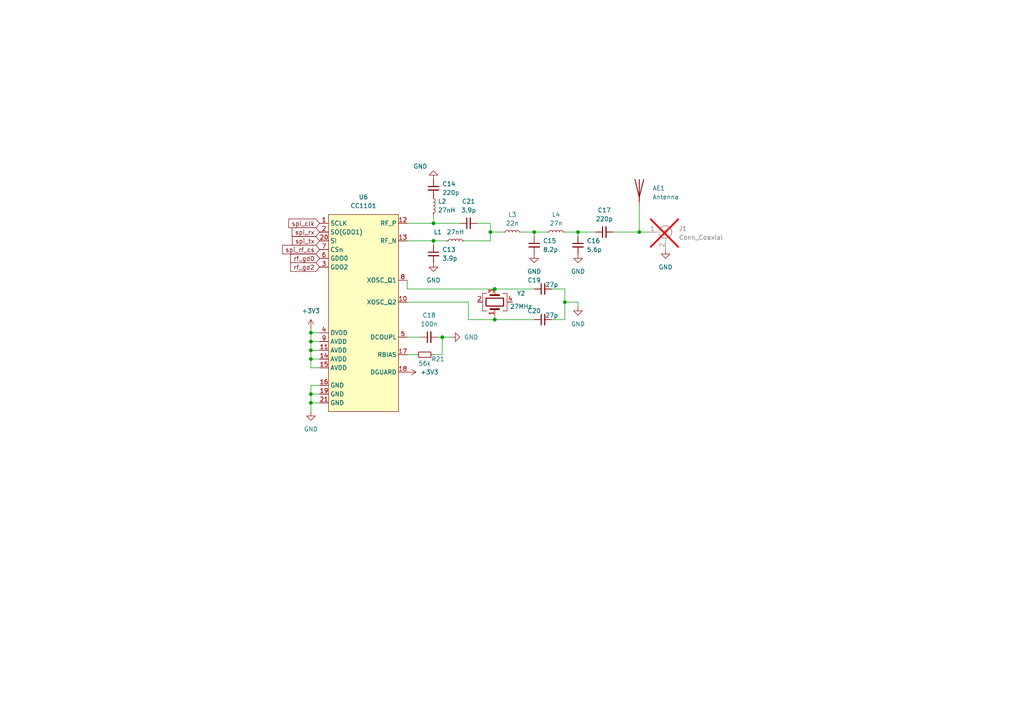
<source format=kicad_sch>
(kicad_sch (version 20230121) (generator eeschema)
  (paper "A4")
  (lib_symbols
    (symbol "Connector:Conn_Coaxial" (pin_names (offset 1.016) hide)
      (property "Reference" "J" (at 0.254 3.048 0))
      (property "Value" "Conn_Coaxial" (at 2.921 0 90))
      (symbol "Conn_Coaxial_0_1"
        (arc (start -1.778 -0.508) (mid 0.2311 -1.8066) (end 1.778 0) (stroke (width 0.254)))
        (polyline (pts (xy -2.54 0) (xy -0.508 0)))
        (polyline (pts (xy 0 -2.54) (xy 0 -1.778)))
        (circle (center 0 0) (radius 0.508) (stroke (width 0.2032)))
        (arc (start 1.778 0) (mid 0.2099 1.8101) (end -1.778 0.508) (stroke (width 0.254)))
      )
      (symbol "Conn_Coaxial_1_1"
        (pin passive line (at -5.08 0 0) (length 2.54) (name "In") (number "1"))
        (pin passive line (at 0 -5.08 90) (length 2.54) (name "Ext") (number "2"))
      )
    )
    (symbol "Device:Antenna" (pin_numbers hide) (pin_names (offset 1.016) hide)
      (property "Reference" "AE" (at -1.905 1.905 0))
      (property "Value" "Antenna" (at -1.905 0 0))
      (symbol "Antenna_0_1"
        (polyline (pts (xy 0 2.54) (xy 0 -3.81)) (stroke (width 0.254)))
        (polyline (pts (xy 1.27 2.54) (xy 0 -2.54) (xy -1.27 2.54)) (stroke (width 0.254)))
      )
      (symbol "Antenna_1_1"
        (pin input line (at 0 -5.08 90) (length 2.54) (name "A") (number "1"))
      )
    )
    (symbol "Device:C_Small" (pin_numbers hide) (pin_names (offset 0.254) hide)
      (property "Reference" "C" (at 0.254 1.778 0))
      (property "Value" "C_Small" (at 0.254 -2.032 0))
      (symbol "C_Small_0_1"
        (polyline (pts (xy -1.524 -0.508) (xy 1.524 -0.508)) (stroke (width 0.3302)))
        (polyline (pts (xy -1.524 0.508) (xy 1.524 0.508)) (stroke (width 0.3048)))
      )
      (symbol "C_Small_1_1"
        (pin passive line (at 0 2.54 270) (length 2.032) (name "~") (number "1"))
        (pin passive line (at 0 -2.54 90) (length 2.032) (name "~") (number "2"))
      )
    )
    (symbol "Device:Crystal_GND24" (pin_names (offset 1.016) hide)
      (property "Reference" "Y" (at 3.175 5.08 0))
      (property "Value" "Crystal_GND24" (at 3.175 3.175 0))
      (symbol "Crystal_GND24_0_1"
        (rectangle (start -1.143 2.54) (end 1.143 -2.54) (stroke (width 0.3048)))
        (polyline (pts (xy -2.54 0) (xy -2.032 0)))
        (polyline (pts (xy -2.032 -1.27) (xy -2.032 1.27)) (stroke (width 0.508)))
        (polyline (pts (xy 0 -3.81) (xy 0 -3.556)))
        (polyline (pts (xy 0 3.556) (xy 0 3.81)))
        (polyline (pts (xy 2.032 -1.27) (xy 2.032 1.27)) (stroke (width 0.508)))
        (polyline (pts (xy 2.032 0) (xy 2.54 0)))
        (polyline (pts (xy -2.54 -2.286) (xy -2.54 -3.556) (xy 2.54 -3.556) (xy 2.54 -2.286)))
        (polyline (pts (xy -2.54 2.286) (xy -2.54 3.556) (xy 2.54 3.556) (xy 2.54 2.286)))
      )
      (symbol "Crystal_GND24_1_1"
        (pin passive line (at -3.81 0 0) (length 1.27) (name "1") (number "1"))
        (pin passive line (at 0 5.08 270) (length 1.27) (name "2") (number "2"))
        (pin passive line (at 3.81 0 180) (length 1.27) (name "3") (number "3"))
        (pin passive line (at 0 -5.08 90) (length 1.27) (name "4") (number "4"))
      )
    )
    (symbol "Device:L_Small" (pin_numbers hide) (pin_names (offset 0.254) hide)
      (property "Reference" "L" (at 0.762 1.016 0))
      (property "Value" "L_Small" (at 0.762 -1.016 0))
      (symbol "L_Small_0_1"
        (arc (start 0 -2.032) (mid 0.5058 -1.524) (end 0 -1.016))
        (arc (start 0 -1.016) (mid 0.5058 -0.508) (end 0 0))
        (arc (start 0 0) (mid 0.5058 0.508) (end 0 1.016))
        (arc (start 0 1.016) (mid 0.5058 1.524) (end 0 2.032))
      )
      (symbol "L_Small_1_1"
        (pin passive line (at 0 2.54 270) (length 0.508) (name "~") (number "1"))
        (pin passive line (at 0 -2.54 90) (length 0.508) (name "~") (number "2"))
      )
    )
    (symbol "Device:R_Small" (pin_numbers hide) (pin_names (offset 0.254) hide)
      (property "Reference" "R" (at 0.762 0.508 0))
      (property "Value" "R_Small" (at 0.762 -1.016 0))
      (symbol "R_Small_0_1"
        (rectangle (start -0.762 1.778) (end 0.762 -1.778) (stroke (width 0.2032)))
      )
      (symbol "R_Small_1_1"
        (pin passive line (at 0 2.54 270) (length 0.762) (name "~") (number "1"))
        (pin passive line (at 0 -2.54 90) (length 0.762) (name "~") (number "2"))
      )
    )
    (symbol "power:+3V3" (power) (pin_names (offset 0))
      (property "Value" "+3V3" (at 0 3.556 0))
      (symbol "+3V3_0_1"
        (polyline (pts (xy -0.762 1.27) (xy 0 2.54)))
        (polyline (pts (xy 0 0) (xy 0 2.54)))
        (polyline (pts (xy 0 2.54) (xy 0.762 1.27)))
      )
      (symbol "+3V3_1_1"
        (pin power_in line (at 0 0 90) (length 0) hide (name "+3V3") (number "1"))
      )
    )
    (symbol "power:GND" (power) (pin_names (offset 0))
      (property "Value" "GND" (at 0 -3.81 0))
      (symbol "GND_0_1"
        (polyline (pts (xy 0 0) (xy 0 -1.27) (xy 1.27 -1.27) (xy 0 -2.54) (xy -1.27 -1.27) (xy 0 -1.27)))
      )
      (symbol "GND_1_1"
        (pin power_in line (at 0 0 270) (length 0) hide (name "GND") (number "1"))
      )
    )
    (symbol "user_interface:CC1101"
      (property "Reference" "U" (at 0 34.29 0))
      (property "Value" "CC1101" (at 7.62 2.54 0))
      (symbol "CC1101_0_0"
        (pin unspecified line (at -3.81 30.48 0) (length 2.54) (name "SCLK") (number "1"))
        (pin unspecified line (at 21.59 7.62 180) (length 2.54) (name "XOSC_Q2") (number "10"))
        (pin unspecified line (at -3.81 -6.35 0) (length 2.54) (name "AVDD") (number "11"))
        (pin unspecified line (at 21.59 30.48 180) (length 2.54) (name "RF_P") (number "12"))
        (pin unspecified line (at 21.59 25.4 180) (length 2.54) (name "RF_N") (number "13"))
        (pin unspecified line (at -3.81 -8.89 0) (length 2.54) (name "AVDD") (number "14"))
        (pin unspecified line (at -3.81 -11.43 0) (length 2.54) (name "AVDD") (number "15"))
        (pin unspecified line (at -3.81 -16.51 0) (length 2.54) (name "GND") (number "16"))
        (pin unspecified line (at 21.59 -7.62 180) (length 2.54) (name "RBIAS") (number "17"))
        (pin unspecified line (at 21.59 -12.7 180) (length 2.54) (name "DGUARD") (number "18"))
        (pin unspecified line (at -3.81 -19.05 0) (length 2.54) (name "GND") (number "19"))
        (pin unspecified line (at -3.81 27.94 0) (length 2.54) (name "SO(GDO1)") (number "2"))
        (pin unspecified line (at -3.81 25.4 0) (length 2.54) (name "SI") (number "20"))
        (pin unspecified line (at -3.81 -21.59 0) (length 2.54) (name "GND") (number "21"))
        (pin unspecified line (at -3.81 17.78 0) (length 2.54) (name "GDO2") (number "3"))
        (pin unspecified line (at -3.81 -1.27 0) (length 2.54) (name "DVDD") (number "4"))
        (pin unspecified line (at 21.59 -2.54 180) (length 2.54) (name "DCOUPL") (number "5"))
        (pin unspecified line (at -3.81 20.32 0) (length 2.54) (name "GDO0") (number "6"))
        (pin unspecified line (at -3.81 22.86 0) (length 2.54) (name "CSn") (number "7"))
        (pin unspecified line (at 21.59 13.97 180) (length 2.54) (name "XOSC_Q1") (number "8"))
        (pin unspecified line (at -3.81 -3.81 0) (length 2.54) (name "AVDD") (number "9"))
      )
      (symbol "CC1101_1_1"
        (rectangle (start -1.27 33.02) (end 19.05 -24.13) (fill (type background)))
      )
    )
  )
  (junction (at 142.24 67.31))
  (junction (at 128.27 97.79))
  (junction (at 90.17 101.6))
  (junction (at 90.17 99.06))
  (junction (at 167.64 67.31))
  (junction (at 90.17 116.84))
  (junction (at 125.73 69.85))
  (junction (at 185.42 67.31))
  (junction (at 143.51 83.82))
  (junction (at 90.17 114.3))
  (junction (at 90.17 96.52))
  (junction (at 154.94 67.31))
  (junction (at 125.73 64.77))
  (junction (at 163.83 87.63))
  (junction (at 90.17 104.14))
  (junction (at 143.51 92.71))
  (wire (pts (xy 167.64 88.9) (xy 167.64 87.63)))
  (wire (pts (xy 167.64 68.58) (xy 167.64 67.31)))
  (wire (pts (xy 90.17 96.52) (xy 90.17 95.25)))
  (wire (pts (xy 90.17 111.76) (xy 90.17 114.3)))
  (wire (pts (xy 90.17 114.3) (xy 92.71 114.3)))
  (wire (pts (xy 142.24 67.31) (xy 142.24 69.85)))
  (wire (pts (xy 167.64 67.31) (xy 163.83 67.31)))
  (wire (pts (xy 138.43 64.77) (xy 142.24 64.77)))
  (wire (pts (xy 118.11 69.85) (xy 125.73 69.85)))
  (wire (pts (xy 118.11 102.87) (xy 120.65 102.87)))
  (wire (pts (xy 163.83 92.71) (xy 160.02 92.71)))
  (wire (pts (xy 167.64 67.31) (xy 172.72 67.31)))
  (wire (pts (xy 167.64 87.63) (xy 163.83 87.63)))
  (wire (pts (xy 90.17 104.14) (xy 92.71 104.14)))
  (wire (pts (xy 90.17 99.06) (xy 92.71 99.06)))
  (wire (pts (xy 154.94 68.58) (xy 154.94 67.31)))
  (wire (pts (xy 154.94 67.31) (xy 158.75 67.31)))
  (wire (pts (xy 154.94 67.31) (xy 151.13 67.31)))
  (wire (pts (xy 90.17 106.68) (xy 90.17 104.14)))
  (wire (pts (xy 128.27 97.79) (xy 128.27 102.87)))
  (wire (pts (xy 118.11 87.63) (xy 135.89 87.63)))
  (wire (pts (xy 128.27 97.79) (xy 127 97.79)))
  (wire (pts (xy 90.17 101.6) (xy 92.71 101.6)))
  (wire (pts (xy 163.83 87.63) (xy 163.83 92.71)))
  (wire (pts (xy 90.17 114.3) (xy 90.17 116.84)))
  (wire (pts (xy 154.94 92.71) (xy 143.51 92.71)))
  (wire (pts (xy 118.11 97.79) (xy 121.92 97.79)))
  (wire (pts (xy 135.89 87.63) (xy 135.89 92.71)))
  (wire (pts (xy 125.73 102.87) (xy 128.27 102.87)))
  (wire (pts (xy 125.73 69.85) (xy 129.54 69.85)))
  (wire (pts (xy 187.96 67.31) (xy 185.42 67.31)))
  (wire (pts (xy 143.51 83.82) (xy 154.94 83.82)))
  (wire (pts (xy 125.73 64.77) (xy 133.35 64.77)))
  (wire (pts (xy 90.17 116.84) (xy 90.17 119.38)))
  (wire (pts (xy 90.17 116.84) (xy 92.71 116.84)))
  (wire (pts (xy 118.11 83.82) (xy 143.51 83.82)))
  (wire (pts (xy 142.24 64.77) (xy 142.24 67.31)))
  (wire (pts (xy 118.11 64.77) (xy 125.73 64.77)))
  (wire (pts (xy 135.89 92.71) (xy 143.51 92.71)))
  (wire (pts (xy 125.73 64.77) (xy 125.73 62.23)))
  (wire (pts (xy 163.83 83.82) (xy 163.83 87.63)))
  (wire (pts (xy 142.24 67.31) (xy 146.05 67.31)))
  (wire (pts (xy 125.73 69.85) (xy 125.73 71.12)))
  (wire (pts (xy 130.81 97.79) (xy 128.27 97.79)))
  (wire (pts (xy 185.42 67.31) (xy 185.42 59.69)))
  (wire (pts (xy 90.17 96.52) (xy 92.71 96.52)))
  (wire (pts (xy 118.11 81.28) (xy 118.11 83.82)))
  (wire (pts (xy 90.17 104.14) (xy 90.17 101.6)))
  (wire (pts (xy 143.51 92.71) (xy 143.51 91.44)))
  (wire (pts (xy 142.24 69.85) (xy 134.62 69.85)))
  (wire (pts (xy 90.17 101.6) (xy 90.17 99.06)))
  (wire (pts (xy 92.71 106.68) (xy 90.17 106.68)))
  (wire (pts (xy 160.02 83.82) (xy 163.83 83.82)))
  (wire (pts (xy 92.71 111.76) (xy 90.17 111.76)))
  (wire (pts (xy 90.17 99.06) (xy 90.17 96.52)))
  (wire (pts (xy 177.8 67.31) (xy 185.42 67.31)))
  (global_label "rf_gd2" (shape input) (at 92.71 77.47 180) (property "Intersheetrefs" "${INTERSHEET_REFS}" (effects hide)))
  (global_label "spi_tx" (shape input) (at 92.71 69.85 180) (property "Intersheetrefs" "${INTERSHEET_REFS}" (effects hide)))
  (global_label "spi_rf_cs" (shape input) (at 92.71 72.39 180) (property "Intersheetrefs" "${INTERSHEET_REFS}" (effects hide)))
  (global_label "spi_clk" (shape input) (at 92.71 64.77 180) (property "Intersheetrefs" "${INTERSHEET_REFS}" (effects hide)))
  (global_label "rf_gd0" (shape input) (at 92.71 74.93 180) (property "Intersheetrefs" "${INTERSHEET_REFS}" (effects hide)))
  (global_label "spi_rx" (shape input) (at 92.71 67.31 180) (property "Intersheetrefs" "${INTERSHEET_REFS}" (effects hide)))
  (symbol (lib_id "Device:Crystal_GND24") (at 143.51 87.63 90) (unit 1)
    (property "Reference" "Y2" (at 151.13 85.09 90))
    (property "Value" "27MHz" (at 151.13 88.9 90))
    (property "Footprint" "Crystal:Crystal_SMD_3225-4Pin_3.2x2.5mm" (effects hide))
    (property "JLCPCB Part #" "C254353" (effects hide))
  )
  (symbol (lib_id "Device:C_Small") (at 167.64 71.12 0) (unit 1)
    (property "Reference" "C16" (at 170.18 69.8563 0) (effects (justify left)))
    (property "Value" "5.6p" (at 170.18 72.3963 0) (effects (justify left)))
    (property "Footprint" "Capacitor_SMD:C_0402_1005Metric" (effects hide))
  )
  (symbol (lib_id "power:GND") (at 125.73 76.2 0) (unit 1)
    (property "Reference" "#PWR046" (effects hide))
    (property "Value" "GND" (at 125.73 81.28 0))
  )
  (symbol (lib_id "user_interface:CC1101") (at 96.52 95.25 0) (unit 1)
    (property "Reference" "U6" (at 105.41 57.15 0))
    (property "Value" "CC1101" (at 105.41 59.69 0))
    (property "Footprint" "Package_DFN_QFN:QFN-20-1EP_4x4mm_P0.5mm_EP2.6x2.6mm_ThermalVias" (effects hide))
    (property "JLCPCB Part #" "C29953" (effects hide))
  )
  (symbol (lib_id "Device:L_Small") (at 161.29 67.31 90) (unit 1)
    (property "Reference" "L4" (at 161.29 62.23 90))
    (property "Value" "27n" (at 161.29 64.77 90))
    (property "Footprint" "Inductor_SMD:L_0402_1005Metric" (effects hide))
  )
  (symbol (lib_id "Device:C_Small") (at 135.89 64.77 90) (unit 1)
    (property "Reference" "C21" (at 135.8963 58.42 90))
    (property "Value" "3.9p" (at 135.8963 60.96 90))
    (property "Footprint" "Capacitor_SMD:C_0402_1005Metric" (effects hide))
  )
  (symbol (lib_id "Device:C_Small") (at 154.94 71.12 0) (unit 1)
    (property "Reference" "C15" (at 157.48 69.8563 0) (effects (justify left)))
    (property "Value" "8.2p" (at 157.48 72.3963 0) (effects (justify left)))
    (property "Footprint" "Capacitor_SMD:C_0402_1005Metric" (effects hide))
  )
  (symbol (lib_id "power:GND") (at 130.81 97.79 90) (unit 1)
    (property "Reference" "#PWR050" (effects hide))
    (property "Value" "GND" (at 134.62 97.79 90) (effects (justify right)))
  )
  (symbol (lib_id "power:+3V3") (at 90.17 95.25 0) (unit 1)
    (property "Reference" "#PWR045" (effects hide))
    (property "Value" "+3V3" (at 90.17 90.17 0))
  )
  (symbol (lib_id "Device:C_Small") (at 125.73 73.66 0) (unit 1)
    (property "Reference" "C13" (at 128.27 72.3963 0) (effects (justify left)))
    (property "Value" "3.9p" (at 128.27 74.9363 0) (effects (justify left)))
    (property "Footprint" "Capacitor_SMD:C_0402_1005Metric" (effects hide))
  )
  (symbol (lib_id "power:GND") (at 167.64 88.9 0) (unit 1)
    (property "Reference" "#PWR052" (effects hide))
    (property "Value" "GND" (at 167.64 93.98 0))
  )
  (symbol (lib_id "Device:C_Small") (at 125.73 54.61 0) (unit 1)
    (property "Reference" "C14" (at 128.27 53.3463 0) (effects (justify left)))
    (property "Value" "220p" (at 128.27 55.8863 0) (effects (justify left)))
    (property "Footprint" "Capacitor_SMD:C_0402_1005Metric" (effects hide))
  )
  (symbol (lib_id "Device:C_Small") (at 157.48 83.82 90) (unit 1)
    (property "Reference" "C19" (at 154.94 81.28 90))
    (property "Value" "27p" (at 160.02 82.55 90))
    (property "Footprint" "Capacitor_SMD:C_0402_1005Metric" (effects hide))
  )
  (symbol (lib_id "power:+3V3") (at 118.11 107.95 270) (unit 1)
    (property "Reference" "#PWR051" (effects hide))
    (property "Value" "+3V3" (at 121.92 107.95 90) (effects (justify left)))
  )
  (symbol (lib_id "Device:L_Small") (at 132.08 69.85 90) (unit 1)
    (property "Reference" "L1" (at 127 67.31 90))
    (property "Value" "27nH" (at 132.08 67.31 90))
    (property "Footprint" "Inductor_SMD:L_0402_1005Metric" (effects hide))
  )
  (symbol (lib_id "Device:Antenna") (at 185.42 54.61 0) (unit 1)
    (property "Reference" "AE1" (at 189.23 54.61 0) (effects (justify left)))
    (property "Value" "Antenna" (at 189.23 57.15 0) (effects (justify left)))
    (property "Footprint" "TestPoint:TestPoint_THTPad_1.5x1.5mm_Drill0.7mm" (effects hide))
  )
  (symbol (lib_id "Device:C_Small") (at 175.26 67.31 90) (unit 1)
    (property "Reference" "C17" (at 175.2663 60.96 90))
    (property "Value" "220p" (at 175.2663 63.5 90))
    (property "Footprint" "Capacitor_SMD:C_0402_1005Metric" (effects hide))
  )
  (symbol (lib_id "Device:L_Small") (at 148.59 67.31 90) (unit 1)
    (property "Reference" "L3" (at 148.59 62.23 90))
    (property "Value" "22n" (at 148.59 64.77 90))
    (property "Footprint" "Inductor_SMD:L_0402_1005Metric" (effects hide))
  )
  (symbol (lib_id "power:GND") (at 90.17 119.38 0) (unit 1)
    (property "Reference" "#PWR044" (effects hide))
    (property "Value" "GND" (at 90.17 124.46 0))
  )
  (symbol (lib_id "power:GND") (at 154.94 73.66 0) (unit 1)
    (property "Reference" "#PWR048" (effects hide))
    (property "Value" "GND" (at 154.94 78.74 0))
  )
  (symbol (lib_id "Device:R_Small") (at 123.19 102.87 90) (unit 1)
    (property "Reference" "R21" (at 127 104.14 90))
    (property "Value" "56k" (at 123.19 105.41 90))
    (property "Footprint" "Resistor_SMD:R_0402_1005Metric" (effects hide))
  )
  (symbol (lib_id "Device:C_Small") (at 157.48 92.71 90) (unit 1)
    (property "Reference" "C20" (at 154.94 90.17 90))
    (property "Value" "27p" (at 160.02 91.44 90))
    (property "Footprint" "Capacitor_SMD:C_0402_1005Metric" (effects hide))
  )
  (symbol (lib_id "Device:C_Small") (at 124.46 97.79 90) (unit 1)
    (property "Reference" "C18" (at 124.4663 91.44 90))
    (property "Value" "100n" (at 124.4663 93.98 90))
    (property "Footprint" "Capacitor_SMD:C_0402_1005Metric" (effects hide))
  )
  (symbol (lib_id "power:GND") (at 193.04 72.39 0) (unit 1)
    (property "Reference" "#PWR032" (effects hide))
    (property "Value" "GND" (at 193.04 77.47 0))
  )
  (symbol (lib_id "power:GND") (at 167.64 73.66 0) (unit 1)
    (property "Reference" "#PWR049" (effects hide))
    (property "Value" "GND" (at 167.64 78.74 0))
  )
  (symbol (lib_id "power:GND") (at 125.73 52.07 180) (unit 1)
    (property "Reference" "#PWR047" (effects hide))
    (property "Value" "GND" (at 121.92 48.26 0))
  )
  (symbol (lib_id "Device:L_Small") (at 125.73 59.69 0) (unit 1)
    (property "Reference" "L2" (at 127 58.42 0) (effects (justify left)))
    (property "Value" "27nH" (at 127 60.96 0) (effects (justify left)))
    (property "Footprint" "Inductor_SMD:L_0402_1005Metric" (effects hide))
  )
  (symbol (lib_id "Connector:Conn_Coaxial") (at 193.04 67.31 0) (unit 1) (dnp yes)
    (property "Reference" "J1" (at 196.85 66.3332 0) (effects (justify left)))
    (property "Value" "Conn_Coaxial" (at 196.85 68.8732 0) (effects (justify left)))
    (property "Footprint" "Connector_Coaxial:SMA_Amphenol_132289_EdgeMount" (effects hide))
    (property "Datasheet" " ~" (effects hide))
  )
)
</source>
